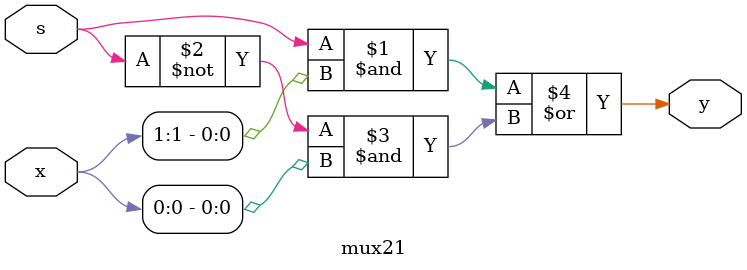
<source format=v>
module mux21 (input s, input [1:0] x, output y);
    assign y = (s & x[1]) | ((~s) & x[0]);
endmodule

</source>
